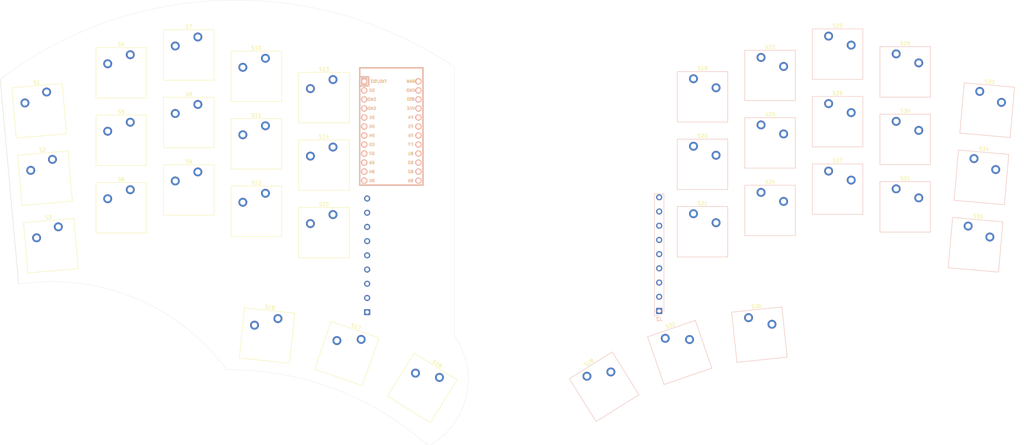
<source format=kicad_pcb>
(kicad_pcb (version 20221018) (generator pcbnew)
  (layers (0 "F.Cu" signal) (31 "B.Cu" signal) (34 "B.Paste" user) (35 "F.Paste" user) (36 "B.SilkS" user "B.Silkscreen") (37 "F.SilkS" user "F.Silkscreen") (38 "B.Mask" user) (39 "F.Mask" user) (44 "Edge.Cuts" user))
  (net 0 "")
  (net 1 "R4")
  (net 2 "Net-(D1-A)")
  (net 3 "Net-(D2-A)")
  (net 4 "Net-(D3-A)")
  (net 5 "Net-(D4-A)")
  (net 7 "Net-(D5-A)")
  (net 8 "R3")
  (net 9 "Net-(D6-A)")
  (net 10 "Net-(D7-A)")
  (net 11 "Net-(D8-A)")
  (net 12 "Net-(D9-A)")
  (net 13 "Net-(D10-A)")
  (net 14 "R2")
  (net 15 "Net-(D11-A)")
  (net 16 "Net-(D12-A)")
  (net 17 "Net-(D13-A)")
  (net 18 "Net-(D14-A)")
  (net 19 "Net-(D15-A)")
  (net 20 "R1")
  (net 21 "Net-(D16-A)")
  (net 22 "Net-(D17-A)")
  (net 23 "Net-(D18-A)")
  (net 24 "Net-(D19-A)")
  (net 25 "Net-(D20-A)")
  (net 26 "Net-(D21-A)")
  (net 27 "Net-(D22-A)")
  (net 28 "Net-(D23-A)")
  (net 29 "Net-(D24-A)")
  (net 30 "Net-(D25-A)")
  (net 31 "Net-(D26-A)")
  (net 32 "Net-(D27-A)")
  (net 33 "Net-(D28-A)")
  (net 34 "Net-(D29-A)")
  (net 35 "Net-(D30-A)")
  (net 36 "Net-(D31-A)")
  (net 37 "Net-(D32-A)")
  (net 38 "Net-(D33-A)")
  (net 39 "Net-(D34-A)")
  (net 40 "Net-(D35-A)")
  (net 41 "Net-(D36-A)")
  (net 42 "C6")
  (net 43 "C7")
  (net 44 "C8")
  (net 45 "C9")
  (net 46 "C10")
  (net 47 "C1")
  (net 48 "C2")
  (net 49 "C3")
  (net 50 "C4")
  (net 51 "C5")
  (footprint "Switch_Keyboard_Cherry_MX:SW_Cherry_MX_PCB_1.00u" (layer "F.Cu") (at 61.847381 70.603631)
    (fp_text reference "S8" (at 0 -8) (layer "F.SilkS"))
    (fp_text value "SW_Push")
    (pad "" np_thru_hole circle (at -5.08 0) (size 1.75 1.75) (drill 1.75) (layers "*.Cu" "*.Mask"))
    (pad "" np_thru_hole circle (at 0 0) (size 4 4) (drill 4) (layers "*.Cu" "*.Mask"))
    (pad "" np_thru_hole circle (at 5.08 0) (size 1.75 1.75) (drill 1.75) (layers "*.Cu" "*.Mask"))
    (pad "1" thru_hole circle (at -3.81 -2.54) (size 2.5 2.5) (drill 1.5) (layers "*.Cu" "B.Mask") (net 49 "C3"))
    (pad "2" thru_hole circle (at 2.54 -5.08) (size 2.5 2.5) (drill 1.5) (layers "*.Cu" "B.Mask") (net 11 "Net-(D8-A)"))
  )
  (footprint "Switch_Keyboard_Cherry_MX:SW_Cherry_MX_PCB_1.00u" (layer "F.Cu") (at 80.847381 76.603631)
    (fp_text reference "S11" (at 0 -8) (layer "F.SilkS"))
    (fp_text value "SW_Push")
    (pad "" np_thru_hole circle (at -5.08 0) (size 1.75 1.75) (drill 1.75) (layers "*.Cu" "*.Mask"))
    (pad "" np_thru_hole circle (at 0 0) (size 4 4) (drill 4) (layers "*.Cu" "*.Mask"))
    (pad "" np_thru_hole circle (at 5.08 0) (size 1.75 1.75) (drill 1.75) (layers "*.Cu" "*.Mask"))
    (pad "1" thru_hole circle (at -3.81 -2.54) (size 2.5 2.5) (drill 1.5) (layers "*.Cu" "B.Mask") (net 50 "C4"))
    (pad "2" thru_hole circle (at 2.54 -5.08) (size 2.5 2.5) (drill 1.5) (layers "*.Cu" "B.Mask") (net 12 "Net-(D9-A)"))
  )
  (footprint "Switch_Keyboard_Cherry_MX:SW_Cherry_MX_PCB_1.00u" (layer "F.Cu") (at 21.41117 86.275179 5)
    (fp_text reference "S2" (at 0 -8 5) (layer "F.SilkS"))
    (fp_text value "SW_Push")
    (pad "" np_thru_hole circle (at -5.08 0 5) (size 1.75 1.75) (drill 1.75) (layers "*.Cu" "*.Mask"))
    (pad "" np_thru_hole circle (at 0 0 5) (size 4 4) (drill 4) (layers "*.Cu" "*.Mask"))
    (pad "" np_thru_hole circle (at 5.08 0 5) (size 1.75 1.75) (drill 1.75) (layers "*.Cu" "*.Mask"))
    (pad "1" thru_hole circle (at -3.81 -2.54 5) (size 2.5 2.5) (drill 1.5) (layers "*.Cu" "B.Mask") (net 47 "C1"))
    (pad "2" thru_hole circle (at 2.54 -5.08 5) (size 2.5 2.5) (drill 1.5) (layers "*.Cu" "B.Mask") (net 9 "Net-(D6-A)"))
  )
  (footprint "Switch_Keyboard_Cherry_MX:SW_Cherry_MX_PCB_1.00u" (layer "F.Cu") (at 42.847381 75.603631)
    (fp_text reference "S5" (at 0 -8) (layer "F.SilkS"))
    (fp_text value "SW_Push")
    (pad "" np_thru_hole circle (at -5.08 0) (size 1.75 1.75) (drill 1.75) (layers "*.Cu" "*.Mask"))
    (pad "" np_thru_hole circle (at 0 0) (size 4 4) (drill 4) (layers "*.Cu" "*.Mask"))
    (pad "" np_thru_hole circle (at 5.08 0) (size 1.75 1.75) (drill 1.75) (layers "*.Cu" "*.Mask"))
    (pad "1" thru_hole circle (at -3.81 -2.54) (size 2.5 2.5) (drill 1.5) (layers "*.Cu" "B.Mask") (net 48 "C2"))
    (pad "2" thru_hole circle (at 2.54 -5.08) (size 2.5 2.5) (drill 1.5) (layers "*.Cu" "B.Mask") (net 10 "Net-(D7-A)"))
  )
  (footprint "Switch_Keyboard_Cherry_MX:SW_Cherry_MX_PCB_1.00u" (layer "F.Cu") (at 42.847381 94.603631)
    (fp_text reference "S6" (at 0 -8) (layer "F.SilkS"))
    (fp_text value "SW_Push")
    (pad "" np_thru_hole circle (at -5.08 0) (size 1.75 1.75) (drill 1.75) (layers "*.Cu" "*.Mask"))
    (pad "" np_thru_hole circle (at 0 0) (size 4 4) (drill 4) (layers "*.Cu" "*.Mask"))
    (pad "" np_thru_hole circle (at 5.08 0) (size 1.75 1.75) (drill 1.75) (layers "*.Cu" "*.Mask"))
    (pad "1" thru_hole circle (at -3.81 -2.54) (size 2.5 2.5) (drill 1.5) (layers "*.Cu" "B.Mask") (net 48 "C2"))
    (pad "2" thru_hole circle (at 2.54 -5.08) (size 2.5 2.5) (drill 1.5) (layers "*.Cu" "B.Mask") (net 16 "Net-(D12-A)"))
  )
  (footprint "Switch_Keyboard_Cherry_MX:SW_Cherry_MX_PCB_1.00u" (layer "F.Cu") (at 19.773893 67.305414 5)
    (fp_text reference "S1" (at 0 -8 5) (layer "F.SilkS"))
    (fp_text value "SW_Push")
    (pad "" np_thru_hole circle (at -5.08 0 5) (size 1.75 1.75) (drill 1.75) (layers "*.Cu" "*.Mask"))
    (pad "" np_thru_hole circle (at 0 0 5) (size 4 4) (drill 4) (layers "*.Cu" "*.Mask"))
    (pad "" np_thru_hole circle (at 5.08 0 5) (size 1.75 1.75) (drill 1.75) (layers "*.Cu" "*.Mask"))
    (pad "1" thru_hole circle (at -3.81 -2.54 5) (size 2.5 2.5) (drill 1.5) (layers "*.Cu" "B.Mask") (net 47 "C1"))
    (pad "2" thru_hole circle (at 2.54 -5.08 5) (size 2.5 2.5) (drill 1.5) (layers "*.Cu" "B.Mask") (net 2 "Net-(D1-A)"))
  )
  (footprint "Switch_Keyboard_Cherry_MX:SW_Cherry_MX_PCB_1.00u" (layer "F.Cu") (at 61.847381 51.603631)
    (fp_text reference "S7" (at 0 -8) (layer "F.SilkS"))
    (fp_text value "SW_Push")
    (pad "" np_thru_hole circle (at -5.08 0) (size 1.75 1.75) (drill 1.75) (layers "*.Cu" "*.Mask"))
    (pad "" np_thru_hole circle (at 0 0) (size 4 4) (drill 4) (layers "*.Cu" "*.Mask"))
    (pad "" np_thru_hole circle (at 5.08 0) (size 1.75 1.75) (drill 1.75) (layers "*.Cu" "*.Mask"))
    (pad "1" thru_hole circle (at -3.81 -2.54) (size 2.5 2.5) (drill 1.5) (layers "*.Cu" "B.Mask") (net 49 "C3"))
    (pad "2" thru_hole circle (at 2.54 -5.08) (size 2.5 2.5) (drill 1.5) (layers "*.Cu" "B.Mask") (net 4 "Net-(D3-A)"))
  )
  (footprint "Switch_Keyboard_Cherry_MX:SW_Cherry_MX_PCB_1.00u" (layer "F.Cu") (at 83.842328 130.592039 -6)
    (fp_text reference "S16" (at 0 -8 174) (layer "F.SilkS"))
    (fp_text value "SW_Push")
    (pad "" np_thru_hole circle (at -5.08 0 354) (size 1.75 1.75) (drill 1.75) (layers "*.Cu" "*.Mask"))
    (pad "" np_thru_hole circle (at 0 0 354) (size 4 4) (drill 4) (layers "*.Cu" "*.Mask"))
    (pad "" np_thru_hole circle (at 5.08 0 354) (size 1.75 1.75) (drill 1.75) (layers "*.Cu" "*.Mask"))
    (pad "1" thru_hole circle (at -3.81 -2.54 354) (size 2.5 2.5) (drill 1.5) (layers "*.Cu" "B.Mask") (net 49 "C3"))
    (pad "2" thru_hole circle (at 2.54 -5.08 354) (size 2.5 2.5) (drill 1.5) (layers "*.Cu" "B.Mask") (net 21 "Net-(D16-A)"))
  )
  (footprint "Switch_Keyboard_Cherry_MX:SW_Cherry_MX_PCB_1.00u" (layer "F.Cu") (at 80.847381 57.603631)
    (fp_text reference "S10" (at 0 -8) (layer "F.SilkS"))
    (fp_text value "SW_Push")
    (pad "" np_thru_hole circle (at -5.08 0) (size 1.75 1.75) (drill 1.75) (layers "*.Cu" "*.Mask"))
    (pad "" np_thru_hole circle (at 0 0) (size 4 4) (drill 4) (layers "*.Cu" "*.Mask"))
    (pad "" np_thru_hole circle (at 5.08 0) (size 1.75 1.75) (drill 1.75) (layers "*.Cu" "*.Mask"))
    (pad "1" thru_hole circle (at -3.81 -2.54) (size 2.5 2.5) (drill 1.5) (layers "*.Cu" "B.Mask") (net 50 "C4"))
    (pad "2" thru_hole circle (at 2.54 -5.08) (size 2.5 2.5) (drill 1.5) (layers "*.Cu" "B.Mask") (net 5 "Net-(D4-A)"))
  )
  (footprint "Switch_Keyboard_Cherry_MX:SW_Cherry_MX_PCB_1.00u" (layer "F.Cu") (at 127.475976 145.33504 -32)
    (fp_text reference "S18" (at 0 -8 148) (layer "F.SilkS"))
    (fp_text value "SW_Push")
    (pad "" np_thru_hole circle (at -5.08 0 328) (size 1.75 1.75) (drill 1.75) (layers "*.Cu" "*.Mask"))
    (pad "" np_thru_hole circle (at 0 0 328) (size 4 4) (drill 4) (layers "*.Cu" "*.Mask"))
    (pad "" np_thru_hole circle (at 5.08 0 328) (size 1.75 1.75) (drill 1.75) (layers "*.Cu" "*.Mask"))
    (pad "1" thru_hole circle (at -3.81 -2.54 328) (size 2.5 2.5) (drill 1.5) (layers "*.Cu" "B.Mask") (net 51 "C5"))
    (pad "2" thru_hole circle (at 2.54 -5.08 328) (size 2.5 2.5) (drill 1.5) (layers "*.Cu" "B.Mask") (net 23 "Net-(D18-A)"))
  )
  (footprint "Switch_Keyboard_Cherry_MX:SW_Cherry_MX_PCB_1.00u" (layer "F.Cu") (at 42.847381 56.603631)
    (fp_text reference "S4" (at 0 -8) (layer "F.SilkS"))
    (fp_text value "SW_Push")
    (pad "" np_thru_hole circle (at -5.08 0) (size 1.75 1.75) (drill 1.75) (layers "*.Cu" "*.Mask"))
    (pad "" np_thru_hole circle (at 0 0) (size 4 4) (drill 4) (layers "*.Cu" "*.Mask"))
    (pad "" np_thru_hole circle (at 5.08 0) (size 1.75 1.75) (drill 1.75) (layers "*.Cu" "*.Mask"))
    (pad "1" thru_hole circle (at -3.81 -2.54) (size 2.5 2.5) (drill 1.5) (layers "*.Cu" "B.Mask") (net 48 "C2"))
    (pad "2" thru_hole circle (at 2.54 -5.08) (size 2.5 2.5) (drill 1.5) (layers "*.Cu" "B.Mask") (net 3 "Net-(D2-A)"))
  )
  (footprint "Switch_Keyboard_Cherry_MX:SW_Cherry_MX_PCB_1.00u" (layer "F.Cu") (at 106.260952 135.641185 -19)
    (fp_text reference "S17" (at 0 -8 161) (layer "F.SilkS"))
    (fp_text value "SW_Push")
    (pad "" np_thru_hole circle (at -5.08 0 341) (size 1.75 1.75) (drill 1.75) (layers "*.Cu" "*.Mask"))
    (pad "" np_thru_hole circle (at 0 0 341) (size 4 4) (drill 4) (layers "*.Cu" "*.Mask"))
    (pad "" np_thru_hole circle (at 5.08 0 341) (size 1.75 1.75) (drill 1.75) (layers "*.Cu" "*.Mask"))
    (pad "1" thru_hole circle (at -3.81 -2.54 341) (size 2.5 2.5) (drill 1.5) (layers "*.Cu" "B.Mask") (net 50 "C4"))
    (pad "2" thru_hole circle (at 2.54 -5.08 341) (size 2.5 2.5) (drill 1.5) (layers "*.Cu" "B.Mask") (net 22 "Net-(D17-A)"))
  )
  (footprint "Switch_Keyboard_Cherry_MX:SW_Cherry_MX_PCB_1.00u" (layer "F.Cu") (at 23.059801 105.263719 5)
    (fp_text reference "S3" (at 0 -8 5) (layer "F.SilkS"))
    (fp_text value "SW_Push")
    (pad "" np_thru_hole circle (at -5.08 0 5) (size 1.75 1.75) (drill 1.75) (layers "*.Cu" "*.Mask"))
    (pad "" np_thru_hole circle (at 0 0 5) (size 4 4) (drill 4) (layers "*.Cu" "*.Mask"))
    (pad "" np_thru_hole circle (at 5.08 0 5) (size 1.75 1.75) (drill 1.75) (layers "*.Cu" "*.Mask"))
    (pad "1" thru_hole circle (at -3.81 -2.54 5) (size 2.5 2.5) (drill 1.5) (layers "*.Cu" "B.Mask") (net 47 "C1"))
    (pad "2" thru_hole circle (at 2.54 -5.08 5) (size 2.5 2.5) (drill 1.5) (layers "*.Cu" "B.Mask") (net 15 "Net-(D11-A)"))
  )
  (footprint "Switch_Keyboard_Cherry_MX:SW_Cherry_MX_PCB_1.00u" (layer "F.Cu") (at 99.847381 82.603631)
    (fp_text reference "S14" (at 0 -8) (layer "F.SilkS"))
    (fp_text value "SW_Push")
    (pad "" np_thru_hole circle (at -5.08 0) (size 1.75 1.75) (drill 1.75) (layers "*.Cu" "*.Mask"))
    (pad "" np_thru_hole circle (at 0 0) (size 4 4) (drill 4) (layers "*.Cu" "*.Mask"))
    (pad "" np_thru_hole circle (at 5.08 0) (size 1.75 1.75) (drill 1.75) (layers "*.Cu" "*.Mask"))
    (pad "1" thru_hole circle (at -3.81 -2.54) (size 2.5 2.5) (drill 1.5) (layers "*.Cu" "B.Mask") (net 51 "C5"))
    (pad "2" thru_hole circle (at 2.54 -5.08) (size 2.5 2.5) (drill 1.5) (layers "*.Cu" "B.Mask") (net 13 "Net-(D10-A)"))
  )
  (footprint "Keebio-Parts:ArduinoProMicro" (layer "F.Cu") (at 118.8 73 -90)
    (fp_text reference "U2" hide)
    (fp_text value "ProMicro" hide)
    (fp_text user "F5" (at -1.27 -5.461) (layer "B.SilkS") (effects (font (size 0.8 0.8)) (justify mirror)))
    (fp_text user "VCC" (at -6.35 -5.461) (layer "B.SilkS") (effects (font (size 0.8 0.8)) (justify mirror)))
    (fp_text user "E6" (at 8.89 5.461) (layer "B.SilkS") (effects (font (size 0.8 0.8)) (justify mirror)))
    (fp_text user "F4" (at -3.81 -5.461) (layer "B.SilkS") (effects (font (size 0.8 0.8)) (justify mirror)))
    (fp_text user "F7" (at 3.81 -5.461) (layer "B.SilkS") (effects (font (size 0.8 0.8)) (justify mirror)))
    (fp_text user "C6" (at 3.81 5.461) (layer "B.SilkS") (effects (font (size 0.8 0.8)) (justify mirror)))
    (fp_text user "ST" (at -8.91 -5.04) (layer "B.SilkS") (effects (font (size 0.8 0.8)) (justify mirror)))
    (fp_text user "B3" (at 8.89 -5.461) (layer "B.SilkS") (effects (font (size 0.8 0.8)) (justify mirror)))
    (fp_text user "B4" (at 11.43 5.461) (layer "B.SilkS") (effects (font (size 0.8 0.8)) (justify mirror)))
    (fp_text user "F6" (at 1.27 -5.461) (layer "B.SilkS") (effects (font (size 0.8 0.8)) (justify mirror)))
    (fp_text user "D4" (at 1.27 5.461) (layer "B.SilkS") (effects (font (size 0.8 0.8)) (justify mirror)))
    (fp_text user "RAW" (at -13.97 -5.461) (layer "B.SilkS") (effects (font (size 0.8 0.8)) (justify mirror)))
    (fp_text user "D0" (at -1.27 5.461) (layer "B.SilkS") (effects (font (size 0.8 0.8)) (justify mirror)))
    (fp_text user "D7" (at 6.35 5.461) (layer "B.SilkS") (effects (font (size 0.8 0.8)) (justify mirror)))
    (fp_text user "B5" (at 13.97 5.461) (layer "B.SilkS") (effects (font (size 0.8 0.8)) (justify mirror)))
    (fp_text user "GND" (at -6.35 5.461) (layer "B.SilkS") (effects (font (size 0.8 0.8)) (justify mirror)))
    (fp_text user "B1" (at 6.35 -5.461) (layer "B.SilkS") (effects (font (size 0.8 0.8)) (justify mirror)))
    (fp_text user "D1" (at -3.81 5.461) (layer "B.SilkS") (effects (font (size 0.8 0.8)) (justify mirror)))
    (fp_text user "TX0/D3" (at -13.97 3.571872) (layer "B.SilkS") (effects (font (size 0.8 0.8)) (justify mirror)))
    (fp_text user "GND" (at -11.43 -5.461) (layer "B.SilkS") (effects (font (size 0.8 0.8)) (justify mirror)))
    (fp_text user "GND" (at -8.89 5.461) (layer "B.SilkS") (effects (font (size 0.8 0.8)) (justify mirror)))
    (fp_text user "B6" (at 13.97 -5.461) (layer "B.SilkS") (effects (font (size 0.8 0.8)) (justify mirror)))
    (fp_text user "D2" (at -11.43 5.461) (layer "B.SilkS") (effects (font (size 0.8 0.8)) (justify mirror)))
    (fp_text user "B2" (at 11.43 -5.461) (layer "B.SilkS") (effects (font (size 0.8 0.8)) (justify mirror)))
    (fp_text user "F6" (at 1.27 -5.461) (layer "F.SilkS") (effects (font (size 0.8 0.8))))
    (fp_text user "B4" (at 11.43 5.461) (layer "F.SilkS") (effects (font (size 0.8 0.8))))
    (fp_text user "B1" (at 6.35 -5.461) (layer "F.SilkS") (effects (font (size 0.8 0.8))))
    (fp_text user "B0" (at -13.97 -6.35) (layer "F.SilkS") (effects (font (size 0.8 0.8))))
    (fp_text user "VCC" (at -6.35 -5.461) (layer "F.SilkS") (effects (font (size 0.8 0.8))))
    (fp_text user "F5" (at -1.27 -5.461) (layer "F.SilkS") (effects (font (size 0.8 0.8))))
    (fp_text user "RAW" (at -13.97 -5.461) (layer "F.SilkS") (effects (font (size 0.8 0.8))))
    (fp_text user "TX0/D3" (at -13.97 3.571872) (layer "F.SilkS") (effects (font (size 0.8 0.8))))
    (fp_text user "D7" (at 6.35 5.461) (layer "F.SilkS") (effects (font (size 0.8 0.8))))
    (fp_text user "GND" (at -11.43 -5.461) (layer "F.SilkS") (effects (font (size 0.8 0.8))))
    (fp_text user "ST" (at -8.92 -5.73312) (layer "F.SilkS") (effects (font (size 0.8 0.8))))
    (fp_text user "B2" (at 11.43 -5.461) (layer "F.SilkS") (effects (font (size 0.8 0.8))))
    (fp_text user "B3" (at 8.89 -5.461) (layer "F.SilkS") (effects (font (size 0.8 0.8))))
    (fp_text user "D2" (at -11.43 5.461) (layer "F.SilkS") (effects (font (size 0.8 0.8))))
    (fp_text user "GND" (at -8.89 5.461) (layer "F.SilkS") (effects (font (size 0.8 0.8))))
    (fp_text user "D4" (at 1.27 5.461) (layer "F.SilkS") (effects (font (size 0.8 0.8))))
    (fp_text user "D1" (at -3.81 5.461) (layer "F.SilkS") (effects (font (size 0.8 0.8))))
    (fp_text user "B6" (at 13.97 -5.461) (layer "F.SilkS") (effects (font (size 0.8 0.8))))
    (fp_text user "F4" (at -3.81 -5.461) (layer "F.SilkS") (effects (font (size 0.8 0.8))))
    (fp_text user "B5" (at 13.97 5.461) (layer "F.SilkS") (effects (font (size 0.8 0.8))))
    (fp_text user "F7" (at 3.81 -5.461) (layer "F.SilkS") (effects (font (size 0.8 0.8))))
    (fp_text user "GND" (at -6.35 5.461) (layer "F.SilkS") (effects (font (size 0.8 0.8))))
    (fp_text user "C6" (at 3.81 5.461) (layer "F.SilkS") (effects (font (size 0.8 0.8))))
    (fp_text user "E6" (at 8.89 5.461) (layer "F.SilkS") (effects (font (size 0.8 0.8))))
    (fp_text user "D0" (at -1.27 5.461) (layer "F.SilkS") (effects (font (size 0.8 0.8))))
    (pad "1" thru_hole rect (at -13.97 7.62 270) (size 1.7526 1.7526) (drill 1.0922) (layers "*.Cu" "*.SilkS" "*.Mask") (net 47 "C1"))
    (pad "2" thru_hole circle (at -11.43 7.62 270) (size 1.7526 1.7526) (drill 1.0922) (layers "*.Cu" "*.SilkS" "*.Mask") (net 48 "C2"))
    (pad "3" thru_hole circle (at -8.89 7.62 270) (size 1.7526 1.7526) (drill 1.0922) (layers "*.Cu" "*.SilkS" "*.Mask"))
    (pad "4" thru_hole circle (at -6.35 7.62 270) (size 1.7526 1.7526) (drill 1.0922) (layers "*.Cu" "*.SilkS" "*.Mask"))
    (pad "5" thru_hole circle (at -3.81 7.62 270) (size 1.7526 1.7526) (drill 1.0922) (layers "*.Cu" "*.SilkS" "*.Mask") (net 49 "C3"))
    (pad "6" thru_hole circle (at -1.27 7.62 270) (size 1.7526 1.7526) (drill 1.0922) (layers "*.Cu" "*.SilkS" "*.Mask") (net 50 "C4"))
    (pad "7" thru_hole circle (at 1.27 7.62 270) (size 1.7526 1.7526) (drill 1.0922) (layers "*.Cu" "*.SilkS" "*.Mask") (net 51 "C5"))
    (pad "8" thru_hole circle (at 3.81 7.62 270) (size 1.7526 1.7526) (drill 1.0922) (layers "*.Cu" "*.SilkS" "*.Mask") (net 42 "C6"))
    (pad "9" thru_hole circle (at 6.35 7.62 270) (size 1.7526 1.7526) (drill 1.0922) (layers "*.Cu" "*.SilkS" "*.Mask") (net 43 "C7"))
    (pad "10" thru_hole circle (at 8.89 7.62 270) (size 1.7526 1.7526) (drill 1.0922) (layers "*.Cu" "*.SilkS" "*.Mask") (net 44 "C8"))
    (pad "11" thru_hole circle (at 11.43 7.62 270) (size 1.7526 1.7526) (drill 1.0922) (layers "*.Cu" "*.SilkS" "*.Mask") (net 45 "C9"))
    (pad "12" thru_hole circle (at 13.97 7.62 270) (size 1.7526 1.7526) (drill 1.0922) (layers "*.Cu" "*.SilkS" "*.Mask") (net 46 "C10"))
    (pad "13" thru_hole circle (at 13.97 -7.62 270) (size 1.7526 1.7526) (drill 1.0922) (layers "*.Cu" "*.SilkS" "*.Mask") (net 20 "R1"))
    (pad "14" thru_hole circle (at 11.43 -7.62 270) (size 1.7526 1.7526) (drill 1.0922) (layers "*.Cu" "*.SilkS" "*.Mask") (net 14 "R2"))
    (pad "15" thru_hole circle (at 8.89 -7.62 270) (size 1.7526 1.7526) (drill 1.0922) (layers "*.Cu" "*.SilkS" "*.Mask") (net 8 "R3"))
    (pad "16" thru_hole circle (at 6.35 -7.62 270) (size 1.7526 1.7526) (drill 1.0922) (layers "*.Cu" "*.SilkS" "*.Mask") (net 1 "R4"))
    (pad "17" thru_hole circle (at 3.81 -7.62 270) (size 1.7526 1.7526) (drill 1.0922) (layers "*.Cu" "*.SilkS" "*.Mask"))
    (pad "18" thru_hole circle (at 1.27 -7.62 270) (size 1.7526 1.7526) (drill 1.0922) (layers "*.Cu" "*.SilkS" "*.Mask"))
    (pad "19" thru_hole circle (at -1.27 -7.62 270) (size 1.7526 1.7526) (drill 1.0922) (layers "*.Cu" "*.SilkS" "*.Mask"))
    (pad "20" thru_hole circle (at -3.81 -7.62 270) (size 1.7526 1.7526) (drill 1.0922) (layers "*.Cu" "*.SilkS" "*.Mask"))
    (pad "21" thru_hole circle (at -6.35 -7.62 270) (size 1.7526 1.7526) (drill 1.0922) (layers "*.Cu" "*.SilkS" "*.Mask"))
    (pad "22" thru_hole circle (at -8.89 -7.62 270) (size 1.7526 1.7526) (drill 1.0922) (layers "*.Cu" "*.SilkS" "*.Mask"))
    (pad "23" thru_hole circle (at -11.43 -7.62 270) (size 1.7526 1.7526) (drill 1.0922) (layers "*.Cu" "*.SilkS" "*.Mask"))
    (pad "24" thru_hole circle (at -13.97 -7.62 270) (size 1.7526 1.7526) (drill 1.0922) (layers "*.Cu" "*.SilkS" "*.Mask"))
  )
  (footprint "Switch_Keyboard_Cherry_MX:SW_Cherry_MX_PCB_1.00u" (layer "F.Cu") (at 99.847381 63.603631)
    (fp_text reference "S13" (at 0 -8) (layer "F.SilkS"))
    (fp_text value "SW_Push")
    (pad "" np_thru_hole circle (at -5.08 0) (size 1.75 1.75) (drill 1.75) (layers "*.Cu" "*.Mask"))
    (pad "" np_thru_hole circle (at 0 0) (size 4 4) (drill 4) (layers "*.Cu" "*.Mask"))
    (pad "" np_thru_hole circle (at 5.08 0) (size 1.75 1.75) (drill 1.75) (layers "*.Cu" "*.Mask"))
    (pad "1" thru_hole circle (at -3.81 -2.54) (size 2.5 2.5) (drill 1.5) (layers "*.Cu" "B.Mask") (net 51 "C5"))
    (pad "2" thru_hole circle (at 2.54 -5.08) (size 2.5 2.5) (drill 1.5) (layers "*.Cu" "B.Mask") (net 7 "Net-(D5-A)"))
  )
  (footprint "Switch_Keyboard_Cherry_MX:SW_Cherry_MX_PCB_1.00u" (layer "F.Cu") (at 80.847381 95.603631)
    (fp_text reference "S12" (at 0 -8) (layer "F.SilkS"))
    (fp_text value "SW_Push")
    (pad "" np_thru_hole circle (at -5.08 0) (size 1.75 1.75) (drill 1.75) (layers "*.Cu" "*.Mask"))
    (pad "" np_thru_hole circle (at 0 0) (size 4 4) (drill 4) (layers "*.Cu" "*.Mask"))
    (pad "" np_thru_hole circle (at 5.08 0) (size 1.75 1.75) (drill 1.75) (layers "*.Cu" "*.Mask"))
    (pad "1" thru_hole circle (at -3.81 -2.54) (size 2.5 2.5) (drill 1.5) (layers "*.Cu" "B.Mask") (net 50 "C4"))
    (pad "2" thru_hole circle (at 2.54 -5.08) (size 2.5 2.5) (drill 1.5) (layers "*.Cu" "B.Mask") (net 18 "Net-(D14-A)"))
  )
  (footprint "Switch_Keyboard_Cherry_MX:SW_Cherry_MX_PCB_1.00u" (layer "F.Cu") (at 61.847381 89.603631)
    (fp_text reference "S9" (at 0 -8) (layer "F.SilkS"))
    (fp_text value "SW_Push")
    (pad "" np_thru_hole circle (at -5.08 0) (size 1.75 1.75) (drill 1.75) (layers "*.Cu" "*.Mask"))
    (pad "" np_thru_hole circle (at 0 0) (size 4 4) (drill 4) (layers "*.Cu" "*.Mask"))
    (pad "" np_thru_hole circle (at 5.08 0) (size 1.75 1.75) (drill 1.75) (layers "*.Cu" "*.Mask"))
    (pad "1" thru_hole circle (at -3.81 -2.54) (size 2.5 2.5) (drill 1.5) (layers "*.Cu" "B.Mask") (net 49 "C3"))
    (pad "2" thru_hole circle (at 2.54 -5.08) (size 2.5 2.5) (drill 1.5) (layers "*.Cu" "B.Mask") (net 17 "Net-(D13-A)"))
  )
  (footprint "Switch_Keyboard_Cherry_MX:SW_Cherry_MX_PCB_1.00u" (layer "F.Cu") (at 99.847381 101.603631)
    (fp_text reference "S15" (at 0 -8) (layer "F.SilkS"))
    (fp_text value "SW_Push")
    (pad "" np_thru_hole circle (at -5.08 0) (size 1.75 1.75) (drill 1.75) (layers "*.Cu" "*.Mask"))
    (pad "" np_thru_hole circle (at 0 0) (size 4 4) (drill 4) (layers "*.Cu" "*.Mask"))
    (pad "" np_thru_hole circle (at 5.08 0) (size 1.75 1.75) (drill 1.75) (layers "*.Cu" "*.Mask"))
    (pad "1" thru_hole circle (at -3.81 -2.54) (size 2.5 2.5) (drill 1.5) (layers "*.Cu" "B.Mask") (net 51 "C5"))
    (pad "2" thru_hole circle (at 2.54 -5.08) (size 2.5 2.5) (drill 1.5) (layers "*.Cu" "B.Mask") (net 19 "Net-(D15-A)"))
  )
  (footprint "Switch_Keyboard_Cherry_MX:SW_Cherry_MX_PCB_1.00u" (layer "B.Cu") (at 263.304012 94.364039 180)
    (fp_text reference "S31" (at 0 8) (layer "F.SilkS"))
    (fp_text value "SW_Push")
    (pad "" np_thru_hole circle (at -5.08 0 180) (size 1.75 1.75) (drill 1.75) (layers "*.Cu" "*.Mask"))
    (pad "" np_thru_hole circle (at 0 0 180) (size 4 4) (drill 4) (layers "*.Cu" "*.Mask"))
    (pad "" np_thru_hole circle (at 5.08 0 180) (size 1.75 1.75) (drill 1.75) (layers "*.Cu" "*.Mask"))
    (pad "1" thru_hole circle (at -3.81 2.54 180) (size 2.5 2.5) (drill 1.5) (layers "*.Cu" "F.Mask") (net 45 "C9"))
    (pad "2" thru_hole circle (at 2.54 5.08 180) (size 2.5 2.5) (drill 1.5) (layers "*.Cu" "F.Mask") (net 35 "Net-(D30-A)"))
  )
  (footprint "Switch_Keyboard_Cherry_MX:SW_Cherry_MX_PCB_1.00u" (layer "B.Cu") (at 225.304012 57.364039 180)
    (fp_text reference "S22" (at 0 8) (layer "F.SilkS"))
    (fp_text value "SW_Push")
    (pad "" np_thru_hole circle (at -5.08 0 180) (size 1.75 1.75) (drill 1.75) (layers "*.Cu" "*.Mask"))
    (pad "" np_thru_hole circle (at 0 0 180) (size 4 4) (drill 4) (layers "*.Cu" "*.Mask"))
    (pad "" np_thru_hole circle (at 5.08 0 180) (size 1.75 1.75) (drill 1.75) (layers "*.Cu" "*.Mask"))
    (pad "1" thru_hole circle (at -3.81 2.54 180) (size 2.5 2.5) (drill 1.5) (layers "*.Cu" "F.Mask") (net 43 "C7"))
    (pad "2" thru_hole circle (at 2.54 5.08 180) (size 2.5 2.5) (drill 1.5) (layers "*.Cu" "F.Mask") (net 26 "Net-(D21-A)"))
  )
  (footprint "Switch_Keyboard_Cherry_MX:SW_Cherry_MX_PCB_1.00u" (layer "B.Cu") (at 244.304012 51.364039 180)
    (fp_text reference "S25" (at 0 8) (layer "F.SilkS"))
    (fp_text value "SW_Push")
    (pad "" np_thru_hole circle (at -5.08 0 180) (size 1.75 1.75) (drill 1.75) (layers "*.Cu" "*.Mask"))
    (pad "" np_thru_hole circle (at 0 0 180) (size 4 4) (drill 4) (layers "*.Cu" "*.Mask"))
    (pad "" np_thru_hole circle (at 5.08 0 180) (size 1.75 1.75) (drill 1.75) (layers "*.Cu" "*.Mask"))
    (pad "1" thru_hole circle (at -3.81 2.54 180) (size 2.5 2.5) (drill 1.5) (layers "*.Cu" "F.Mask") (net 44 "C8"))
    (pad "2" thru_hole circle (at 2.54 5.08 180) (size 2.5 2.5) (drill 1.5) (layers "*.Cu" "F.Mask") (net 29 "Net-(D24-A)"))
  )
  (footprint "Switch_Keyboard_Cherry_MX:SW_Cherry_MX_PCB_1.00u" (layer "B.Cu") (at 178.648048 145 -148)
    (fp_text reference "S28" (at 0 8 -328) (layer "F.SilkS"))
    (fp_text value "SW_Push")
    (pad "" np_thru_hole circle (at -5.08 0 212) (size 1.75 1.75) (drill 1.75) (layers "*.Cu" "*.Mask"))
    (pad "" np_thru_hole circle (at 0 0 212) (size 4 4) (drill 4) (layers "*.Cu" "*.Mask"))
    (pad "" np_thru_hole circle (at 5.08 0 212) (size 1.75 1.75) (drill 1.75) (layers "*.Cu" "*.Mask"))
    (pad "1" thru_hole circle (at -3.81 2.54 212) (size 2.5 2.5) (drill 1.5) (layers "*.Cu" "F.Mask") (net 42 "C6"))
    (pad "2" thru_hole circle (at 2.54 5.08 212) (size 2.5 2.5) (drill 1.5) (layers "*.Cu" "F.Mask") (net 32 "Net-(D27-A)"))
  )
  (footprint "Switch_Keyboard_Cherry_MX:SW_Cherry_MX_PCB_1.00u" (layer "B.Cu") (at 284.739538 86.051285 175)
    (fp_text reference "S34" (at 0 8 175) (layer "F.SilkS"))
    (fp_text value "SW_Push")
    (pad "" np_thru_hole circle (at -5.08 0 175) (size 1.75 1.75) (drill 1.75) (layers "*.Cu" "*.Mask"))
    (pad "" np_thru_hole circle (at 0 0 175) (size 4 4) (drill 4) (layers "*.Cu" "*.Mask"))
    (pad "" np_thru_hole circle (at 5.08 0 175) (size 1.75 1.75) (drill 1.75) (layers "*.Cu" "*.Mask"))
    (pad "1" thru_hole circle (at -3.81 2.54 175) (size 2.5 2.5) (drill 1.5) (layers "*.Cu" "F.Mask") (net 46 "C10"))
    (pad "2" thru_hole circle (at 2.54 5.08 175) (size 2.5 2.5) (drill 1.5) (layers "*.Cu" "F.Mask") (net 38 "Net-(D33-A)"))
  )
  (footprint "Switch_Keyboard_Cherry_MX:SW_Cherry_MX_PCB_1.00u" (layer "B.Cu") (at 225.304012 76.364039 180)
    (fp_text reference "S23" (at 0 8) (layer "F.SilkS"))
    (fp_text value "SW_Push")
    (pad "" np_thru_hole circle (at -5.08 0 180) (size 1.75 1.75) (drill 1.75) (layers "*.Cu" "*.Mask"))
    (pad "" np_thru_hole circle (at 0 0 180) (size 4 4) (drill 4) (layers "*.Cu" "*.Mask"))
    (pad "" np_thru_hole circle (at 5.08 0 180) (size 1.75 1.75) (drill 1.75) (layers "*.Cu" "*.Mask"))
    (pad "1" thru_hole circle (at -3.81 2.54 180) (size 2.5 2.5) (drill 1.5) (layers "*.Cu" "F.Mask") (net 43 "C7"))
    (pad "2" thru_hole circle (at 2.54 5.08 180) (size 2.5 2.5) (drill 1.5) (layers "*.Cu" "F.Mask") (net 27 "Net-(D22-A)"))
  )
  (footprint "PsxControllerShield:PSX_Pad_Connector" (layer "B.Cu") (at 126 108)
    (fp_text reference "J1" hide)
    (fp_text value "TO_PSX_PAD")
    (pad "1" thru_hole rect (at -14 16) (size 1.7 1.7) (drill 1) (layers "*.Cu" "*.Mask"))
    (pad "2" thru_hole oval (at -14 12) (size 1.7 1.7) (drill 1) (layers "*.Cu" "*.Mask"))
    (pad "3" thru_hole oval (at -14 8) (size 1.7 1.7) (drill 1) (layers "*.Cu" "*.Mask"))
    (pad "4" thru_hole oval (at -14 4) (size 1.7 1.7) (drill 1) (layers "*.Cu" "*.Mask"))
    (pad "5" thru_hole oval (at -14 0) (size 1.7 1.7) (drill 1) (layers "*.Cu" "*.Mask"))
    (pad "6" thru_hole oval (at -14 -4) (size 1.7 1.7) (drill 1) (layers "*.Cu" "*.Mask"))
    (pad "7" thru_hole oval (at -14 -8) (size 1.7 1.7) (drill 1) (layers "*.Cu" "*.Mask"))
    (pad "8" thru_hole oval (at -14 -12) (size 1.7 1.7) (drill 1) (layers "*.Cu" "*.Mask"))
    (pad "9" thru_hole oval (at -14 -16) (size 1.7 1.7) (drill 1) (layers "*.Cu" "*.Mask"))
  )
  (footprint "Switch_Keyboard_Cherry_MX:SW_Cherry_MX_PCB_1.00u" (layer "B.Cu") (at 263.304012 75.364039 180)
    (fp_text reference "S30" (at 0 8) (layer "F.SilkS"))
    (fp_text value "SW_Push")
    (pad "" np_thru_hole circle (at -5.08 0 180) (size 1.75 1.75) (drill 1.75) (layers "*.Cu" "*.Mask"))
    (pad "" np_thru_hole circle (at 0 0 180) (size 4 4) (drill 4) (layers "*.Cu" "*.Mask"))
    (pad "" np_thru_hole circle (at 5.08 0 180) (size 1.75 1.75) (drill 1.75) (layers "*.Cu" "*.Mask"))
    (pad "1" thru_hole circle (at -3.81 2.54 180) (size 2.5 2.5) (drill 1.5) (layers "*.Cu" "F.Mask") (net 45 "C9"))
    (pad "2" thru_hole circle (at 2.54 5.08 180) (size 2.5 2.5) (drill 1.5) (layers "*.Cu" "F.Mask") (net 34 "Net-(D29-A)"))
  )
  (footprint "Switch_Keyboard_Cherry_MX:SW_Cherry_MX_PCB_1.00u" (layer "B.Cu") (at 206.304012 63.364039 180)
    (fp_text reference "S19" (at 0 8) (layer "F.SilkS"))
    (fp_text value "SW_Push")
    (pad "" np_thru_hole circle (at -5.08 0 180) (size 1.75 1.75) (drill 1.75) (layers "*.Cu" "*.Mask"))
    (pad "" np_thru_hole circle (at 0 0 180) (size 4 4) (drill 4) (layers "*.Cu" "*.Mask"))
    (pad "" np_thru_hole circle (at 5.08 0 180) (size 1.75 1.75) (drill 1.75) (layers "*.Cu" "*.Mask"))
    (pad "1" thru_hole circle (at -3.81 2.54 180) (size 2.5 2.5) (drill 1.5) (layers "*.Cu" "F.Mask") (net 42 "C6"))
    (pad "2" thru_hole circle (at 2.54 5.08 180) (size 2.5 2.5) (drill 1.5) (layers "*.Cu" "F.Mask") (net 24 "Net-(D19-A)"))
  )
  (footprint "Switch_Keyboard_Cherry_MX:SW_Cherry_MX_PCB_1.00u" (layer "B.Cu") (at 244.304012 70.364039 180)
    (fp_text reference "S26" (at 0 8) (layer "F.SilkS"))
    (fp_text value "SW_Push")
    (pad "" np_thru_hole circle (at -5.08 0 180) (size 1.75 1.75) (drill 1.75) (layers "*.Cu" "*.Mask"))
    (pad "" np_thru_hole circle (at 0 0 180) (size 4 4) (drill 4) (layers "*.Cu" "*.Mask"))
    (pad "" np_thru_hole circle (at 5.08 0 180) (size 1.75 1.75) (drill 1.75) (layers "*.Cu" "*.Mask"))
    (pad "1" thru_hole circle (at -3.81 2.54 180) (size 2.5 2.5) (drill 1.5) (layers "*.Cu" "F.Mask") (net 44 "C8"))
    (pad "2" thru_hole circle (at 2.54 5.08 180) (size 2.5 2.5) (drill 1.5) (layers "*.Cu" "F.Mask") (net 30 "Net-(D25-A)"))
  )
  (footprint "Switch_Keyboard_Cherry_MX:SW_Cherry_MX_PCB_1.00u" (layer "B.Cu") (at 206.304012 101.364039 180)
    (fp_text reference "S21" (at 0 8) (layer "F.SilkS"))
    (fp_text value "SW_Push")
    (pad "" np_thru_hole circle (at -5.08 0 180) (size 1.75 1.75) (drill 1.75) (layers "*.Cu" "*.Mask"))
    (pad "" np_thru_hole circle (at 0 0 180) (size 4 4) (drill 4) (layers "*.Cu" "*.Mask"))
    (pad "" np_thru_hole circle (at 5.08 0 180) (size 1.75 1.75) (drill 1.75) (layers "*.Cu" "*.Mask"))
    (pad "1" thru_hole circle (at -3.81 2.54 180) (size 2.5 2.5) (drill 1.5) (layers "*.Cu" "F.Mask") (net 42 "C6"))
    (pad "2" thru_hole circle (at 2.54 5.08 180) (size 2.5 2.5) (drill 1.5) (layers "*.Cu" "F.Mask") (net 41 "Net-(D36-A)"))
  )
  (footprint "Switch_Keyboard_Cherry_MX:SW_Cherry_MX_PCB_1.00u" (layer "B.Cu") (at 199.880628 135.342953 -161)
    (fp_text reference "S32" (at 0 8 -341) (layer "F.SilkS"))
    (fp_text value "SW_Push")
    (pad "" np_thru_hole circle (at -5.08 0 199) (size 1.75 1.75) (drill 1.75) (layers "*.Cu" "*.Mask"))
    (pad "" np_thru_hole circle (at 0 0 199) (size 4 4) (drill 4) (layers "*.Cu" "*.Mask"))
    (pad "" np_thru_hole circle (at 5.08 0 199) (size 1.75 1.75) (drill 1.75) (layers "*.Cu" "*.Mask"))
    (pad "1" thru_hole circle (at -3.81 2.54 199) (size 2.5 2.5) (drill 1.5) (layers "*.Cu" "F.Mask") (net 43 "C7"))
    (pad "2" thru_hole circle (at 2.54 5.08 199) (size 2.5 2.5) (drill 1.5) (layers "*.Cu" "F.Mask") (net 36 "Net-(D31-A)"))
  )
  (footprint "MX:1x9 4mm" (layer "B.Cu") (at 194.124024 123.66496)
    (fp_text reference "J2" (at 0 2.33) (layer "B.SilkS") (effects (justify mirror)))
    (fp_text value "Conn_01x09")
    (pad "1" thru_hole rect (at 0 0) (size 1.7 1.7) (drill 1) (layers "*.Cu" "*.Mask") (net 46 "C10"))
    (pad "2" thru_hole oval (at 0 -4) (size 1.7 1.7) (drill 1) (layers "*.Cu" "*.Mask") (net 45 "C9"))
    (pad "3" thru_hole oval (at 0 -8) (size 1.7 1.7) (drill 1) (layers "*.Cu" "*.Mask") (net 44 "C8"))
    (pad "4" thru_hole oval (at 0 -12) (size 1.7 1.7) (drill 1) (layers "*.Cu" "*.Mask") (net 43 "C7"))
    (pad "5" thru_hole oval (at 0 -16) (size 1.7 1.7) (drill 1) (layers "*.Cu" "*.Mask") (net 42 "C6"))
    (pad "6" thru_hole oval (at 0 -20) (size 1.7 1.7) (drill 1) (layers "*.Cu" "*.Mask") (net 1 "R4"))
    (pad "7" thru_hole oval (at 0 -24) (size 1.7 1.7) (drill 1) (layers "*.Cu" "*.Mask") (net 8 "R3"))
    (pad "8" thru_hole oval (at 0 -28) (size 1.7 1.7) (drill 1) (layers "*.Cu" "*.Mask") (net 14 "R2"))
    (pad "9" thru_hole oval (at 0 -32) (size 1.7 1.7) (drill 1) (layers "*.Cu" "*.Mask") (net 20 "R1"))
  )
  (footprint "Switch_Keyboard_Cherry_MX:SW_Cherry_MX_PCB_1.00u" (layer "B.Cu") (at 244.304012 89.364039 180)
    (fp_text reference "S27" (at 0 8) (layer "F.SilkS"))
    (fp_text value "SW_Push")
    (pad "" np_thru_hole circle (at -5.08 0 180) (size 1.75 1.75) (drill 1.75) (layers "*.Cu" "*.Mask"))
    (pad "" np_thru_hole circle (at 0 0 180) (size 4 4) (drill 4) (layers "*.Cu" "*.Mask"))
    (pad "" np_thru_hole circle (at 5.08 0 180) (size 1.75 1.75) (drill 1.75) (layers "*.Cu" "*.Mask"))
    (pad "1" thru_hole circle (at -3.81 2.54 180) (size 2.5 2.5) (drill 1.5) (layers "*.Cu" "F.Mask") (net 44 "C8"))
    (pad "2" thru_hole circle (at 2.54 5.08 180) (size 2.5 2.5) (drill 1.5) (layers "*.Cu" "F.Mask") (net 31 "Net-(D26-A)"))
  )
  (footprint "Switch_Keyboard_Cherry_MX:SW_Cherry_MX_PCB_1.00u" (layer "B.Cu") (at 283.090907 105.039825 175)
    (fp_text reference "S35" (at 0 8 175) (layer "F.SilkS"))
    (fp_text value "SW_Push")
    (pad "" np_thru_hole circle (at -5.08 0 175) (size 1.75 1.75) (drill 1.75) (layers "*.Cu" "*.Mask"))
    (pad "" np_thru_hole circle (at 0 0 175) (size 4 4) (drill 4) (layers "*.Cu" "*.Mask"))
    (pad "" np_thru_hole circle (at 5.08 0 175) (size 1.75 1.75) (drill 1.75) (layers "*.Cu" "*.Mask"))
    (pad "1" thru_hole circle (at -3.81 2.54 175) (size 2.5 2.5) (drill 1.5) (layers "*.Cu" "F.Mask") (net 46 "C10"))
    (pad "2" thru_hole circle (at 2.54 5.08 175) (size 2.5 2.5) (drill 1.5) (layers "*.Cu" "F.Mask") (net 39 "Net-(D34-A)"))
  )
  (footprint "Switch_Keyboard_Cherry_MX:SW_Cherry_MX_PCB_1.00u" (layer "B.Cu") (at 206.304012 82.364039 180)
    (fp_text reference "S20" (at 0 8) (layer "F.SilkS"))
    (fp_text value "SW_Push")
    (pad "" np_thru_hole circle (at -5.08 0 180) (size 1.75 1.75) (drill 1.75) (layers "*.Cu" "*.Mask"))
    (pad "" np_thru_hole circle (at 0 0 180) (size 4 4) (drill 4) (layers "*.Cu" "*.Mask"))
    (pad "" np_thru_hole circle (at 5.08 0 180) (size 1.75 1.75) (drill 1.75) (layers "*.Cu" "*.Mask"))
    (pad "1" thru_hole circle (at -3.81 2.54 180) (size 2.5 2.5) (drill 1.5) (layers "*.Cu" "F.Mask") (net 42 "C6"))
    (pad "2" thru_hole circle (at 2.54 5.08 180) (size 2.5 2.5) (drill 1.5) (layers "*.Cu" "F.Mask") (net 25 "Net-(D20-A)"))
  )
  (footprint "Switch_Keyboard_Cherry_MX:SW_Cherry_MX_PCB_1.00u" (layer "B.Cu") (at 263.304012 56.364039 180)
    (fp_text reference "S29" (at 0 8) (layer "F.SilkS"))
    (fp_text value "SW_Push")
    (pad "" np_thru_hole circle (at -5.08 0 180) (size 1.75 1.75) (drill 1.75) (layers "*.Cu" "*.Mask"))
    (pad "" np_thru_hole circle (at 0 0 180) (size 4 4) (drill 4) (layers "*.Cu" "*.Mask"))
    (pad "" np_thru_hole circle (at 5.08 0 180) (size 1.75 1.75) (drill 1.75) (layers "*.Cu" "*.Mask"))
    (pad "1" thru_hole circle (at -3.81 2.54 180) (size 2.5 2.5) (drill 1.5) (layers "*.Cu" "F.Mask") (net 45 "C9"))
    (pad "2" thru_hole circle (at 2.54 5.08 180) (size 2.5 2.5) (drill 1.5) (layers "*.Cu" "F.Mask") (net 33 "Net-(D28-A)"))
  )
  (footprint "Switch_Keyboard_Cherry_MX:SW_Cherry_MX_PCB_1.00u" (layer "B.Cu") (at 286.356529 67.135307 175)
    (fp_text reference "S33" (at 0 8 175) (layer "F.SilkS"))
    (fp_text value "SW_Push")
    (pad "" np_thru_hole circle (at -5.08 0 175) (size 1.75 1.75) (drill 1.75) (layers "*.Cu" "*.Mask"))
    (pad "" np_thru_hole circle (at 0 0 175) (size 4 4) (drill 4) (layers "*.Cu" "*.Mask"))
    (pad "" np_thru_hole circle (at 5.08 0 175) (size 1.75 1.75) (drill 1.75) (layers "*.Cu" "*.Mask"))
    (pad "1" thru_hole circle (at -3.81 2.54 175) (size 2.5 2.5) (drill 1.5) (layers "*.Cu" "F.Mask") (net 46 "C10"))
    (pad "2" thru_hole circle (at 2.54 5.08 175) (size 2.5 2.5) (drill 1.5) (layers "*.Cu" "F.Mask") (net 37 "Net-(D32-A)"))
  )
  (footprint "Switch_Keyboard_Cherry_MX:SW_Cherry_MX_PCB_1.00u" (layer "B.Cu") (at 222.308078 130.333619 -174)
    (fp_text reference "S36" (at 0 8 -354) (layer "F.SilkS"))
    (fp_text value "SW_Push")
    (pad "" np_thru_hole circle (at -5.08 0 186) (size 1.75 1.75) (drill 1.75) (layers "*.Cu" "*.Mask"))
    (pad "" np_thru_hole circle (at 0 0 186) (size 4 4) (drill 4) (layers "*.Cu" "*.Mask"))
    (pad "" np_thru_hole circle (at 5.08 0 186) (size 1.75 1.75) (drill 1.75) (layers "*.Cu" "*.Mask"))
    (pad "1" thru_hole circle (at -3.81 2.54 186) (size 2.5 2.5) (drill 1.5) (layers "*.Cu" "F.Mask") (net 44 "C8"))
    (pad "2" thru_hole circle (at 2.54 5.08 186) (size 2.5 2.5) (drill 1.5) (layers "*.Cu" "F.Mask") (net 40 "Net-(D35-A)"))
  )
  (footprint "Switch_Keyboard_Cherry_MX:SW_Cherry_MX_PCB_1.00u" (layer "B.Cu") (at 225.304012 95.364039 180)
    (fp_text reference "S24" (at 0 8) (layer "F.SilkS"))
    (fp_text value "SW_Push")
    (pad "" np_thru_hole circle (at -5.08 0 180) (size 1.75 1.75) (drill 1.75) (layers "*.Cu" "*.Mask"))
    (pad "" np_thru_hole circle (at 0 0 180) (size 4 4) (drill 4) (layers "*.Cu" "*.Mask"))
    (pad "" np_thru_hole circle (at 5.08 0 180) (size 1.75 1.75) (drill 1.75) (layers "*.Cu" "*.Mask"))
    (pad "1" thru_hole circle (at -3.81 2.54 180) (size 2.5 2.5) (drill 1.5) (layers "*.Cu" "F.Mask") (net 43 "C7"))
    (pad "2" thru_hole circle (at 2.54 5.08 180) (size 2.5 2.5) (drill 1.5) (layers "*.Cu" "F.Mask") (net 28 "Net-(D23-A)"))
  )
  (gr_line (start 14 116.1) (end 8.8 58.4) (stroke (width 0.1)) (layer "Edge.Cuts"))
  (gr_arc (start 72.5 140.25) (mid 102.584433 145.501522) (end 128.75 161.25) (stroke (width 0.05)) (layer "Edge.Cuts"))
  (gr_arc (start 130.4 161) (mid 129.618536 161.412343) (end 128.75 161.25) (stroke (width 0.05)) (layer "Edge.Cuts"))
  (gr_arc (start 14 116.1) (mid 46.625699 119.997841) (end 72.5 140.25) (stroke (width 0.05)) (layer "Edge.Cuts"))
  (gr_arc (start 136.55 130.7) (mid 139.984075 147.171145) (end 130.4 161) (stroke (width 0.05)) (layer "Edge.Cuts"))
  (gr_line (start 136.55 130.7) (end 136.55 55) (stroke (width 0.05)) (layer "Edge.Cuts"))
  (gr_arc (start 8.8 58.4) (mid 72.12891 36.18147) (end 136.55 55) (stroke (width 0.05)) (layer "Edge.Cuts"))
)
</source>
